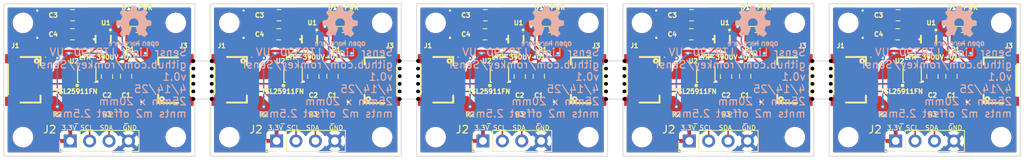
<source format=kicad_pcb>
(kicad_pcb (version 20241229) (generator "pcbnew") (generator_version "9.0")
  (layers (0 "F.Cu" signal) (2 "B.Cu" signal) (13 "F.Paste" user) (15 "B.Paste" user) (5 "F.SilkS" user "F.Silkscreen") (7 "B.SilkS" user "B.Silkscreen") (1 "F.Mask" user) (3 "B.Mask" user) (25 "Edge.Cuts" user))
  (net 0 "")
  (net 1 "Board_0-+3V3")
  (net 2 "Board_0-/SCL")
  (net 3 "Board_0-/SDA")
  (net 4 "Board_0-GND")
  (net 5 "Board_0-Net-(D1-A)")
  (net 6 "Board_0-unconnected-(J1-Pad5)")
  (net 7 "Board_0-unconnected-(J1-Pad6)")
  (net 8 "Board_0-unconnected-(J2-Pad5)")
  (net 9 "Board_0-unconnected-(J2-Pad6)")
  (net 10 "Board_0-unconnected-(U1-INT-Pad5)")
  (net 11 "Board_0-unconnected-(U1-NC-Pad2)")
  (net 12 "Board_0-unconnected-(U2-INT-Pad2)")
  (net 13 "Board_0-unconnected-(U2-NC-Pad4)")
  (net 14 "Board_1-+3V3")
  (net 15 "Board_1-/SCL")
  (net 16 "Board_1-/SDA")
  (net 17 "Board_1-GND")
  (net 18 "Board_1-Net-(D1-A)")
  (net 19 "Board_1-unconnected-(J1-Pad5)")
  (net 20 "Board_1-unconnected-(J1-Pad6)")
  (net 21 "Board_1-unconnected-(J2-Pad5)")
  (net 22 "Board_1-unconnected-(J2-Pad6)")
  (net 23 "Board_1-unconnected-(U1-INT-Pad5)")
  (net 24 "Board_1-unconnected-(U1-NC-Pad2)")
  (net 25 "Board_1-unconnected-(U2-INT-Pad2)")
  (net 26 "Board_1-unconnected-(U2-NC-Pad4)")
  (net 27 "Board_2-+3V3")
  (net 28 "Board_2-/SCL")
  (net 29 "Board_2-/SDA")
  (net 30 "Board_2-GND")
  (net 31 "Board_2-Net-(D1-A)")
  (net 32 "Board_2-unconnected-(J1-Pad5)")
  (net 33 "Board_2-unconnected-(J1-Pad6)")
  (net 34 "Board_2-unconnected-(J2-Pad5)")
  (net 35 "Board_2-unconnected-(J2-Pad6)")
  (net 36 "Board_2-unconnected-(U1-INT-Pad5)")
  (net 37 "Board_2-unconnected-(U1-NC-Pad2)")
  (net 38 "Board_2-unconnected-(U2-INT-Pad2)")
  (net 39 "Board_2-unconnected-(U2-NC-Pad4)")
  (net 40 "Board_3-+3V3")
  (net 41 "Board_3-/SCL")
  (net 42 "Board_3-/SDA")
  (net 43 "Board_3-GND")
  (net 44 "Board_3-Net-(D1-A)")
  (net 45 "Board_3-unconnected-(J1-Pad5)")
  (net 46 "Board_3-unconnected-(J1-Pad6)")
  (net 47 "Board_3-unconnected-(J2-Pad5)")
  (net 48 "Board_3-unconnected-(J2-Pad6)")
  (net 49 "Board_3-unconnected-(U1-INT-Pad5)")
  (net 50 "Board_3-unconnected-(U1-NC-Pad2)")
  (net 51 "Board_3-unconnected-(U2-INT-Pad2)")
  (net 52 "Board_3-unconnected-(U2-NC-Pad4)")
  (net 53 "Board_4-+3V3")
  (net 54 "Board_4-/SCL")
  (net 55 "Board_4-/SDA")
  (net 56 "Board_4-GND")
  (net 57 "Board_4-Net-(D1-A)")
  (net 58 "Board_4-unconnected-(J1-Pad5)")
  (net 59 "Board_4-unconnected-(J1-Pad6)")
  (net 60 "Board_4-unconnected-(J2-Pad5)")
  (net 61 "Board_4-unconnected-(J2-Pad6)")
  (net 62 "Board_4-unconnected-(U1-INT-Pad5)")
  (net 63 "Board_4-unconnected-(U1-NC-Pad2)")
  (net 64 "Board_4-unconnected-(U2-INT-Pad2)")
  (net 65 "Board_4-unconnected-(U2-NC-Pad4)")
  (footprint "footprint:CONN-SMD_4P-P1.00_SM04B-SRSS-TB-LF-SN" (layer "F.Cu") (at 139 30 -90)
    (property "Reference" "J1")
    (property "Value" "SM04B-SRSS-TB_(LF)(SN)" (hide yes))
  )
  (footprint "NPTH" (layer "F.Cu") (at 109.2 30.5)
    (property "Reference" "KiKit_MB_2_3" (hide yes))
    (property "Value" "NPTH" (hide yes))
  )
  (footprint "MountingHole:MountingHole_2.2mm_M2" (layer "F.Cu") (at 212.5 22.5)
    (property "Reference" "M4" (hide yes))
    (property "Value" "MountingHole_2.2mm_M2" (hide yes))
  )
  (footprint "MountingHole:MountingHole_2.2mm_M2" (layer "F.Cu") (at 84.5 22.5)
    (property "Reference" "M2" (hide yes))
    (property "Value" "MountingHole_2.2mm_M2" (hide yes))
  )
  (footprint "EasyEDA:DFN-6_L2.4-W2.0-P0.65-BL" (layer "F.Cu") (at 119.85 29.3)
    (property "Reference" "U2")
    (property "Value" "TSL25911FN")
  )
  (footprint "Capacitor_SMD:C_0805_2012Metric_Pad1.18x1.45mm_HandSolder" (layer "F.Cu") (at 144.9625 24 180)
    (property "Reference" "C4")
    (property "Value" "10µF" (hide yes))
  )
  (footprint "NPTH" (layer "F.Cu") (at 160.8 29.5)
    (property "Reference" "KiKit_MB_5_3" (hide yes))
    (property "Value" "NPTH" (hide yes))
  )
  (footprint "NPTH" (layer "F.Cu") (at 133.8 31.5)
    (property "Reference" "KiKit_MB_3_5" (hide yes))
    (property "Value" "NPTH" (hide yes))
  )
  (footprint "LED_SMD:LED_0805_2012Metric" (layer "F.Cu") (at 126.5 22)
    (property "Reference" "D1")
    (property "Value" "PWR")
  )
  (footprint "EasyEDA:SENSOR-SMD_LTR-390UV-01" (layer "F.Cu") (at 95 24.65 180)
    (property "Reference" "U1")
    (property "Value" "LTR-390UV-01")
  )
  (footprint "LED_SMD:LED_0805_2012Metric" (layer "F.Cu") (at 153.5 22)
    (property "Reference" "D1")
    (property "Value" "PWR")
  )
  (footprint "NPTH" (layer "F.Cu") (at 160.8 32.5)
    (property "Reference" "KiKit_MB_5_6" (hide yes))
    (property "Value" "NPTH" (hide yes))
  )
  (footprint "NPTH" (layer "F.Cu") (at 106.8 31.5)
    (property "Reference" "KiKit_MB_1_5" (hide yes))
    (property "Value" "NPTH" (hide yes))
  )
  (footprint "NPTH" (layer "F.Cu") (at 190.2 29.5)
    (property "Reference" "KiKit_MB_8_4" (hide yes))
    (property "Value" "NPTH" (hide yes))
  )
  (footprint "NPTH" (layer "F.Cu") (at 163.2 32.5)
    (property "Reference" "KiKit_MB_6_1" (hide yes))
    (property "Value" "NPTH" (hide yes))
  )
  (footprint "NPTH" (layer "F.Cu") (at 106.8 32.5)
    (property "Reference" "KiKit_MB_1_6" (hide yes))
    (property "Value" "NPTH" (hide yes))
  )
  (footprint "footprint:CONN-SMD_4P-P1.00_SM04B-SRSS-TB-LF-SN" (layer "F.Cu") (at 104 30 90)
    (property "Reference" "J3")
    (property "Value" "SM04B-SRSS-TB_(LF)(SN)" (hide yes))
  )
  (footprint "Resistor_SMD:R_0805_2012Metric_Pad1.20x1.40mm_HandSolder" (layer "F.Cu") (at 145.5 35)
    (property "Reference" "R2")
    (property "Value" "4.7K" (hide yes))
  )
  (footprint "NPTH" (layer "F.Cu") (at 187.8 32.5)
    (property "Reference" "KiKit_MB_7_6" (hide yes))
    (property "Value" "NPTH" (hide yes))
  )
  (footprint "NPTH" (layer "F.Cu") (at 106.8 28.5)
    (property "Reference" "KiKit_MB_1_2" (hide yes))
    (property "Value" "NPTH" (hide yes))
  )
  (footprint "NPTH" (layer "F.Cu") (at 133.8 27.5)
    (property "Reference" "KiKit_MB_3_1" (hide yes))
    (property "Value" "NPTH" (hide yes))
  )
  (footprint "footprint:CONN-SMD_4P-P1.00_SM04B-SRSS-TB-LF-SN" (layer "F.Cu") (at 166 30 -90)
    (property "Reference" "J1")
    (property "Value" "SM04B-SRSS-TB_(LF)(SN)" (hide yes))
  )
  (footprint "MountingHole:MountingHole_2.2mm_M2" (layer "F.Cu") (at 165.5 37.5)
    (property "Reference" "M1" (hide yes))
    (property "Value" "MountingHole_2.2mm_M2" (hide yes))
  )
  (footprint "NPTH" (layer "F.Cu") (at 190.2 31.5)
    (property "Reference" "KiKit_MB_8_2" (hide yes))
    (property "Value" "NPTH" (hide yes))
  )
  (footprint "MountingHole:MountingHole_2.2mm_M2" (layer "F.Cu") (at 165.5 22.5)
    (property "Reference" "M2" (hide yes))
    (property "Value" "MountingHole_2.2mm_M2" (hide yes))
  )
  (footprint "footprint:CONN-SMD_4P-P1.00_SM04B-SRSS-TB-LF-SN" (layer "F.Cu") (at 185 30 90)
    (property "Reference" "J3")
    (property "Value" "SM04B-SRSS-TB_(LF)(SN)" (hide yes))
  )
  (footprint "EasyEDA:DFN-6_L2.4-W2.0-P0.65-BL" (layer "F.Cu") (at 200.85 29.3)
    (property "Reference" "U2")
    (property "Value" "TSL25911FN")
  )
  (footprint "Capacitor_SMD:C_0805_2012Metric_Pad1.18x1.45mm_HandSolder" (layer "F.Cu") (at 171.9625 24 180)
    (property "Reference" "C4")
    (property "Value" "10µF" (hide yes))
  )
  (footprint "EasyEDA:SENSOR-SMD_LTR-390UV-01" (layer "F.Cu") (at 176 24.65 180)
    (property "Reference" "U1")
    (property "Value" "LTR-390UV-01")
  )
  (footprint "Capacitor_SMD:C_0805_2012Metric_Pad1.18x1.45mm_HandSolder" (layer "F.Cu") (at 176.5 29.5375 -90)
    (property "Reference" "C2")
    (property "Value" "10µF" (hide yes))
  )
  (footprint "MountingHole:MountingHole_2.2mm_M2" (layer "F.Cu") (at 84.5 37.5)
    (property "Reference" "M1" (hide yes))
    (property "Value" "MountingHole_2.2mm_M2" (hide yes))
  )
  (footprint "Resistor_SMD:R_0805_2012Metric_Pad1.20x1.40mm_HandSolder" (layer "F.Cu") (at 118.5 35)
    (property "Reference" "R2")
    (property "Value" "4.7K" (hide yes))
  )
  (footprint "Capacitor_SMD:C_0805_2012Metric_Pad1.18x1.45mm_HandSolder" (layer "F.Cu") (at 118 21.5 180)
    (property "Reference" "C3")
    (property "Value" "100nF" (hide yes))
  )
  (footprint "MountingHole:MountingHole_2.2mm_M2" (layer "F.Cu") (at 192.5 37.5)
    (property "Reference" "M1" (hide yes))
    (property "Value" "MountingHole_2.2mm_M2" (hide yes))
  )
  (footprint "NPTH" (layer "F.Cu") (at 109.2 32.5)
    (property "Reference" "KiKit_MB_2_1" (hide yes))
    (property "Value" "NPTH" (hide yes))
  )
  (footprint "NPTH" (layer "F.Cu") (at 187.8 27.5)
    (property "Reference" "KiKit_MB_7_1" (hide yes))
    (property "Value" "NPTH" (hide yes))
  )
  (footprint "LED_SMD:LED_0805_2012Metric" (layer "F.Cu") (at 180.5 22)
    (property "Reference" "D1")
    (property "Value" "PWR")
  )
  (footprint "Capacitor_SMD:C_0805_2012Metric_Pad1.18x1.45mm_HandSolder" (layer "F.Cu") (at 198.9625 24 180)
    (property "Reference" "C4")
    (property "Value" "10µF" (hide yes))
  )
  (footprint "NPTH" (layer "F.Cu") (at 187.8 28.5)
    (property "Reference" "KiKit_MB_7_2" (hide yes))
    (property "Value" "NPTH" (hide yes))
  )
  (footprint "Resistor_SMD:R_0805_2012Metric_Pad1.20x1.40mm_HandSolder" (layer "F.Cu") (at 99.5 24.5)
    (property "Reference" "R1")
    (property "Value" "10K" (hide yes))
  )
  (footprint "Resistor_SMD:R_0805_2012Metric_Pad1.20x1.40mm_HandSolder" (layer "F.Cu") (at 153.5 24.5)
    (property "Reference" "R1")
    (property "Value" "10K" (hide yes))
  )
  (footprint "Capacitor_SMD:C_0805_2012Metric_Pad1.18x1.45mm_HandSolder" (layer "F.Cu") (at 98 29.5 -90)
    (property "Reference" "C1")
    (property "Value" "100nF" (hide yes))
  )
  (footprint "Resistor_SMD:R_0805_2012Metric_Pad1.20x1.40mm_HandSolder" (layer "F.Cu") (at 91.5 35)
    (property "Reference" "R2")
    (property "Value" "4.7K" (hide yes))
  )
  (footprint "Resistor_SMD:R_0805_2012Metric_Pad1.20x1.40mm_HandSolder" (layer "F.Cu") (at 125 35 180)
    (property "Reference" "R3")
    (property "Value" "4.7K" (hide yes))
  )
  (footprint "NPTH" (layer "F.Cu") (at 160.8 30.5)
    (property "Reference" "KiKit_MB_5_4" (hide yes))
    (property "Value" "NPTH" (hide yes))
  )
  (footprint "Resistor_SMD:R_0805_2012Metric_Pad1.20x1.40mm_HandSolder" (layer "F.Cu") (at 199.5 35)
    (property "Reference" "R2")
    (property "Value" "4.7K" (hide yes))
  )
  (footprint "Resistor_SMD:R_0805_2012Metric_Pad1.20x1.40mm_HandSolder" (layer "F.Cu") (at 98 35 180)
    (property "Reference" "R3")
    (property "Value" "4.7K" (hide yes))
  )
  (footprint "Resistor_SMD:R_0805_2012Metric_Pad1.20x1.40mm_HandSolder" (layer "F.Cu") (at 172.5 35)
    (property "Reference" "R2")
    (property "Value" "4.7K" (hide yes))
  )
  (footprint "NPTH" (layer "F.Cu") (at 136.2 28.5)
    (property "Reference" "KiKit_MB_4_5" (hide yes))
    (property "Value" "NPTH" (hide yes))
  )
  (footprint "NPTH" (layer "F.Cu") (at 163.2 29.5)
    (property "Reference" "KiKit_MB_6_4" (hide yes))
    (property "Value" "NPTH" (hide yes))
  )
  (footprint "NPTH" (layer "F.Cu") (at 187.8 31.5)
    (property "Reference" "KiKit_MB_7_5" (hide yes))
    (property "Value" "NPTH" (hide yes))
  )
  (footprint "MountingHole:MountingHole_2.2mm_M2" (layer "F.Cu") (at 185.5 37.5)
    (property "Reference" "M3" (hide yes))
    (property "Value" "MountingHole_2.2mm_M2" (hide yes))
  )
  (footprint "MountingHole:MountingHole_2.2mm_M2" (layer "F.Cu") (at 158.5 37.5)
    (property "Reference" "M3" (hide yes))
    (property "Value" "MountingHole_2.2mm_M2" (hide yes))
  )
  (footprint "EasyEDA:DFN-6_L2.4-W2.0-P0.65-BL" (layer "F.Cu") (at 146.85 29.3)
    (property "Reference" "U2")
    (property "Value" "TSL25911FN")
  )
  (footprint "NPTH" (layer "F.Cu") (at 160.8 28.5)
    (property "Reference" "KiKit_MB_5_2" (hide yes))
    (property "Value" "NPTH" (hide yes))
  )
  (footprint "NPTH" (layer "F.Cu") (at 163.2 28.5)
    (property "Reference" "KiKit_MB_6_5" (hide yes))
    (property "Value" "NPTH" (hide yes))
  )
  (footprint "NPTH" (layer "F.Cu") (at 106.8 29.5)
    (property "Reference" "KiKit_MB_1_3" (hide yes))
    (property "Value" "NPTH" (hide yes))
  )
  (footprint "Resistor_SMD:R_0805_2012Metric_Pad1.20x1.40mm_HandSolder" (layer "F.Cu") (at 206 35 180)
    (property "Reference" "R3")
    (property "Value" "4.7K" (hide yes))
  )
  (footprint "footprint:CONN-SMD_4P-P1.00_SM04B-SRSS-TB-LF-SN" (layer "F.Cu") (at 158 30 90)
    (property "Reference" "J3")
    (property "Value" "SM04B-SRSS-TB_(LF)(SN)" (hide yes))
  )
  (footprint "EasyEDA:DFN-6_L2.4-W2.0-P0.65-BL" (layer "F.Cu") (at 173.85 29.3)
    (property "Reference" "U2")
    (property "Value" "TSL25911FN")
  )
  (footprint "MountingHole:MountingHole_2.2mm_M2" (layer "F.Cu") (at 104.5 22.5)
    (property "Reference" "M4" (hide yes))
    (property "Value" "MountingHole_2.2mm_M2" (hide yes))
  )
  (footprint "Connector_PinHeader_2.54mm:PinHeader_1x04_P2.54mm_Vertical" (layer "F.Cu") (at 117.69 38 90)
    (property "Reference" "J2")
    (property "Value" "Conn_01x04_Pin" (hide yes))
  )
  (footprint "NPTH" (layer "F.Cu") (at 187.8 30.5)
    (property "Reference" "KiKit_MB_7_4" (hide yes))
    (property "Value" "NPTH" (hide yes))
  )
  (footprint "NPTH" (layer "F.Cu") (at 187.8 29.5)
    (property "Reference" "KiKit_MB_7_3" (hide yes))
    (property "Value" "NPTH" (hide yes))
  )
  (footprint "NPTH" (layer "F.Cu") (at 109.2 27.5)
    (property "Reference" "KiKit_MB_2_6" (hide yes))
    (property "Value" "NPTH" (hide yes))
  )
  (footprint "NPTH" (layer "F.Cu") (at 160.8 27.5)
    (property "Reference" "KiKit_MB_5_1" (hide yes))
    (property "Value" "NPTH" (hide yes))
  )
  (footprint "NPTH" (layer "F.Cu") (at 136.2 27.5)
    (property "Reference" "KiKit_MB_4_6" (hide yes))
    (property "Value" "NPTH" (hide yes))
  )
  (footprint "NPTH" (layer "F.Cu") (at 163.2 30.5)
    (property "Reference" "KiKit_MB_6_3" (hide yes))
    (property "Value" "NPTH" (hide yes))
  )
  (footprint "NPTH" (layer "F.Cu") (at 109.2 29.5)
    (property "Reference" "KiKit_MB_2_4" (hide yes))
    (property "Value" "NPTH" (hide yes))
  )
  (footprint "Connector_PinHeader_2.54mm:PinHeader_1x04_P2.54mm_Vertical" (layer "F.Cu") (at 90.69 38 90)
    (property "Reference" "J2")
    (property "Value" "Conn_01x04_Pin" (hide yes))
  )
  (footprint "NPTH" (layer "F.Cu") (at 136.2 31.5)
    (property "Reference" "KiKit_MB_4_2" (hide yes))
    (property "Value" "NPTH" (hide yes))
  )
  (footprint "footprint:CONN-SMD_4P-P1.00_SM04B-SRSS-TB-LF-SN" (layer "F.Cu") (at 112 30 -90)
    (property "Reference" "J1")
    (property "Value" "SM04B-SRSS-TB_(LF)(SN)" (hide yes))
  )
  (footprint "EasyEDA:SENSOR-SMD_LTR-390UV-01" (layer "F.Cu") (at 203 24.65 180)
    (property "Reference" "U1")
    (property "Value" "LTR-390UV-01")
  )
  (footprint "NPTH" (layer "F.Cu") (at 163.2 31.5)
    (property "Reference" "KiKit_MB_6_2" (hide yes))
    (property "Value" "NPTH" (hide yes))
  )
  (footprint "NPTH" (layer "F.Cu") (at 106.8 30.5)
    (property "Reference" "KiKit_MB_1_4" (hide yes))
    (property "Value" "NPTH" (hide yes))
  )
  (footprint "MountingHole:MountingHole_2.2mm_M2" (layer "F.Cu") (at 158.5 22.5)
    (property "Reference" "M4" (hide yes))
    (property "Value" "MountingHole_2.2mm_M2" (hide yes))
  )
  (footprint "Capacitor_SMD:C_0805_2012Metric_Pad1.18x1.45mm_HandSolder" (layer "F.Cu") (at 95.5 29.5375 -90)
    (property "Reference" "C2")
    (property "Value" "10µF" (hide yes))
  )
  (footprint "EasyEDA:SENSOR-SMD_LTR-390UV-01" (layer "F.Cu") (at 149 24.65 180)
    (property "Reference" "U1")
    (property "Value" "LTR-390UV-01")
  )
  (footprint "NPTH" (layer "F.Cu") (at 133.8 30.5)
    (property "Reference" "KiKit_MB_3_4" (hide yes))
    (property "Value" "NPTH" (hide yes))
  )
  (footprint "MountingHole:MountingHole_2.2mm_M2" (layer "F.Cu") (at 192.5 22.5)
    (property "Reference" "M2" (hide yes))
    (property "Value" "MountingHole_2.2mm_M2" (hide yes))
  )
  (footprint "LED_SMD:LED_0805_2012Metric" (layer "F.Cu") (at 99.5 22)
    (property "Reference" "D1")
    (property "Value" "PWR")
  )
  (footprint "NPTH" (layer "F.Cu") (at 133.8 29.5)
    (property "Reference" "KiKit_MB_3_3" (hide yes))
    (property "Value" "NPTH" (hide yes))
  )
  (footprint "Capacitor_SMD:C_0805_2012Metric_Pad1.18x1.45mm_HandSolder" (layer "F.Cu") (at 179 29.5 -90)
    (property "Reference" "C1")
    (property "Value" "100nF" (hide yes))
  )
  (footprint "Resistor_SMD:R_0805_2012Metric_Pad1.20x1.40mm_HandSolder" (layer "F.Cu") (at 126.5 24.5)
    (property "Reference" "R1")
    (property "Value" "10K" (hide yes))
  )
  (footprint "MountingHole:MountingHole_2.2mm_M2" (layer "F.Cu") (at 138.5 22.5)
    (property "Reference" "M2" (hide yes))
    (property "Value" "MountingHole_2.2mm_M2" (hide yes))
  )
  (footprint "MountingHole:MountingHole_2.2mm_M2" (layer "F.Cu") (at 131.5 37.5)
    (property "Reference" "M3" (hide yes))
    (property "Value" "MountingHole_2.2mm_M2" (hide yes))
  )
  (footprint "EasyEDA:SENSOR-SMD_LTR-390UV-01" (layer "F.Cu") (at 122 24.65 180)
    (property "Reference" "U1")
    (property "Value" "LTR-390UV-01")
  )
  (footprint "Capacitor_SMD:C_0805_2012Metric_Pad1.18x1.45mm_HandSolder" (layer "F.Cu") (at 203.5 29.5375 -90)
    (property "Reference" "C2")
    (property "Value" "10µF" (hide yes))
  )
  (footprint "NPTH" (layer "F.Cu") (at 190.2 30.5)
    (property "Reference" "KiKit_MB_8_3" (hide yes))
    (property "Value" "NPTH" (hide yes))
  )
  (footprint "MountingHole:MountingHole_2.2mm_M2" (layer "F.Cu") (at 131.5 22.5)
    (property "Reference" "M4" (hide yes))
    (property "Value" "MountingHole_2.2mm_M2" (hide yes))
  )
  (footprint "Resistor_SMD:R_0805_2012Metric_Pad1.20x1.40mm_HandSolder" (layer "F.Cu") (at 152 35 180)
    (property "Reference" "R3")
    (property "Value" "4.7K" (hide yes))
  )
  (footprint "NPTH" (layer "F.Cu") (at 190.2 32.5)
    (property "Reference" "KiKit_MB_8_1" (hide yes))
    (property "Value" "NPTH" (hide yes))
  )
  (footprint "MountingHole:MountingHole_2.2mm_M2" (layer "F.Cu") (at 111.5 22.5)
    (property "Reference" "M2" (hide yes))
    (property "Value" "MountingHole_2.2mm_M2" (hide yes))
  )
  (footprint "Capacitor_SMD:C_0805_2012Metric_Pad1.18x1.45mm_HandSolder" (layer "F.Cu") (at 172 21.5 180)
    (property "Reference" "C3")
    (property "Value" "100nF" (hide yes))
  )
  (footprint "Capacitor_SMD:C_0805_2012Metric_Pad1.18x1.45mm_HandSolder" (layer "F.Cu") (at 145 21.5 180)
    (property "Reference" "C3")
    (property "Value" "100nF" (hide yes))
  )
  (footprint "Resistor_SMD:R_0805_2012Metric_Pad1.20x1.40mm_HandSolder" (layer "F.Cu") (at 179 35 180)
    (property "Reference" "R3")
    (property "Value" "4.7K" (hide yes))
  )
  (footprint "Connector_PinHeader_2.54mm:PinHeader_1x04_P2.54mm_Vertical" (layer "F.Cu") (at 171.69 38 90)
    (property "Reference" "J2")
    (property "Value" "Conn_01x04_Pin" (hide yes))
  )
  (footprint "NPTH" (layer "F.Cu") (at 136.2 30.5)
    (property "Reference" "KiKit_MB_4_3" (hide yes))
    (property "Value" "NPTH" (hide yes))
  )
  (footprint "Capacitor_SMD:C_0805_2012Metric_Pad1.18x1.45mm_HandSolder" (layer "F.Cu") (at 152 29.5 -90)
    (property "Reference" "C1")
    (property "Value" "100nF" (hide yes))
  )
  (footprint "NPTH" (layer "F.Cu") (at 163.2 27.5)
    (property "Reference" "KiKit_MB_6_6" (hide yes))
    (property "Value" "NPTH" (hide yes))
  )
  (footprint "LED_SMD:LED_0805_2012Metric" (layer "F.Cu") (at 207.5 22)
    (property "Reference" "D1")
    (property "Value" "PWR")
  )
  (footprint "NPTH" (layer "F.Cu") (at 109.2 28.5)
    (property "Reference" "KiKit_MB_2_5" (hide yes))
    (property "Value" "NPTH" (hide yes))
  )
  (footprint "Capacitor_SMD:C_0805_2012Metric_Pad1.18x1.45mm_HandSolder" (layer "F.Cu") (at 149.5 29.5375 -90)
    (property "Reference" "C2")
    (property "Value" "10µF" (hide yes))
  )
  (footprint "Capacitor_SMD:C_0805_2012Metric_Pad1.18x1.45mm_HandSolder" (layer "F.Cu") (at 91 21.5 180)
    (property "Reference" "C3")
    (property "Value" "100nF" (hide yes))
  )
  (footprint "NPTH" (layer "F.Cu") (at 133.8 32.5)
    (property "Reference" "KiKit_MB_3_6" (hide yes))
    (property "Value" "NPTH" (hide yes))
  )
  (footprint "NPTH" (layer "F.Cu") (at 136.2 29.5)
    (property "Reference" "KiKit_MB_4_4" (hide yes))
    (property "Value" "NPTH" (hide yes))
  )
  (footprint "Capacitor_SMD:C_0805_2012Metric_Pad1.18x1.45mm_HandSolder" (layer "F.Cu") (at 122.5 29.5375 -90)
    (property "Reference" "C2")
    (property "Value" "10µF" (hide yes))
  )
  (footprint "NPTH" (layer "F.Cu") (at 109.2 31.5)
    (property "Reference" "KiKit_MB_2_2" (hide yes))
    (property "Value" "NPTH" (hide yes))
  )
  (footprint "NPTH" (layer "F.Cu") (at 190.2 28.5)
    (property "Reference" "KiKit_MB_8_5" (hide yes))
    (property "Value" "NPTH" (hide yes))
  )
  (footprint "MountingHole:MountingHole_2.2mm_M2" (layer "F.Cu") (at 111.5 37.5)
    (property "Reference" "M1" (hide yes))
    (property "Value" "MountingHole_2.2mm_M2" (hide yes))
  )
  (footprint "Capacitor_SMD:C_0805_2012Metric_Pad1.18x1.45mm_HandSolder" (layer "F.Cu") (at 90.9625 24 180)
    (property "Reference" "C4")
    (property "Value" "10µF" (hide yes))
  )
  (footprint "Connector_PinHeader_2.54mm:PinHeader_1x04_P2.54mm_Vertical" (layer "F.Cu") (at 144.69 38 90)
    (property "Reference" "J2")
    (property "Value" "Conn_01x04_Pin" (hide yes))
  )
  (footprint "NPTH" (layer "F.Cu") (at 106.8 27.5)
    (property "Reference" "KiKit_MB_1_1" (hide yes))
    (property "Value" "NPTH" (hide yes))
  )
  (footprint "footprint:CONN-SMD_4P-P1.00_SM04B-SRSS-TB-LF-SN" (layer "F.Cu") (at 85 30 -90)
    (property "Reference" "J1")
    (property "Value" "SM04B-SRSS-TB_(LF)(SN)" (hide yes))
  )
  (footprint "Capacitor_SMD:C_0805_2012Metric_Pad1.18x1.45mm_HandSolder" (layer "F.Cu") (at 117.9625 24 180)
    (property "Reference" "C4")
    (property "Value" "10µF" (hide yes))
  )
  (footprint "NPTH" (layer "F.Cu") (at 136.2 32.5)
    (property "Reference" "KiKit_MB_4_1" (hide yes))
    (property "Value" "NPTH" (hide yes))
  )
  (footprint "NPTH" (layer "F.Cu") (at 133.8 28.5)
    (property "Reference" "KiKit_MB_3_2" (hide yes))
    (property "Value" "NPTH" (hide yes))
  )
  (footprint "Capacitor_SMD:C_0805_2012Metric_Pad1.18x1.45mm_HandSolder" (layer "F.Cu") (at 125 29.5 -90)
    (property "Reference" "C1")
    (property "Value" "100nF" (hide yes))
  )
  (footprint "MountingHole:MountingHole_2.2mm_M2" (layer "F.Cu") (at 185.5 22.5)
    (property "Reference" "M4" (hide yes))
    (property "Value" "MountingHole_2.2mm_M2" (hide yes))
  )
  (footprint "MountingHole:MountingHole_2.2mm_M2" (layer "F.Cu") (at 104.5 37.5)
    (property "Reference" "M3" (hide yes))
    (property "Value" "MountingHole_2.2mm_M2" (hide yes))
  )
  (footprint "NPTH" (layer "F.Cu") (at 160.8 31.5)
    (property "Reference" "KiKit_MB_5_5" (hide yes))
    (property "Value" "NPTH" (hide yes))
  )
  (footprint "Resistor_SMD:R_0805_2012Metric_Pad1.20x1.40mm_HandSolder" (layer "F.Cu") (at 207.5 24.5)
    (property "Reference" "R1")
    (property "Value" "10K" (hide yes))
  )
  (footprint "footprint:CONN-SMD_4P-P1.00_SM04B-SRSS-TB-LF-SN" (layer "F.Cu") (at 212 30 90)
    (property "Reference" "J3")
    (property "Value" "SM04B-SRSS-TB_(LF)(SN)" (hide yes))
  )
  (footprint "Capacitor_SMD:C_0805_2012Metric_Pad1.18x1.45mm_HandSolder" (layer "F.Cu") (at 206 29.5 -90)
    (property "Reference" "C1")
    (property "Value" "100nF" (hide yes))
  )
  (footprint "Connector_PinHeader_2.54mm:PinHeader_1x04_P2.54mm_Vertical" (layer "F.Cu") (at 198.69 38 90)
    (property "Reference" "J2")
    (property "Value" "Conn_01x04_Pin" (hide yes))
  )
  (footprint "footprint:CONN-SMD_4P-P1.00_SM04B-SRSS-TB-LF-SN" (layer "F.Cu") (at 131 30 90)
    (property "Reference" "J3")
    (property "Value" "SM04B-SRSS-TB_(LF)(SN)" (hide yes))
  )
  (footprint "MountingHole:MountingHole_2.2mm_M2" (layer "F.Cu") (at 138.5 37.5)
    (property "Reference" "M1" (hide yes))
    (property "Value" "MountingHole_2.2mm_M2" (hide yes))
  )
  (footprint "Capacitor_SMD:C_0805_2012Metric_Pad1.18x1.45mm_HandSolder" (layer "F.Cu") (at 199 21.5 180)
    (property "Reference" "C3")
    (property "Value" "100nF" (hide yes))
  )
  (footprint "EasyEDA:DFN-6_L2.4-W2.0-P0.65-BL" (layer "F.Cu") (at 92.85 29.3)
    (property "Reference" "U2")
    (property "Value" "TSL25911FN")
  )
  (footprint "footprint:CONN-SMD_4P-P1.00_SM04B-SRSS-TB-LF-SN" (layer "F.Cu") (at 193 30 -90)
    (property "Reference" "J1")
    (property "Value" "SM04B-SRSS-TB_(LF)(SN)" (hide yes))
  )
  (footprint "Resistor_SMD:R_0805_2012Metric_Pad1.20x1.40mm_HandSolder" (layer "F.Cu") (at 180.5 24.5)
    (property "Reference" "R1")
    (property "Value" "10K" (hide yes))
  )
  (footprint "MountingHole:MountingHole_2.2mm_M2" (layer "F.Cu") (at 212.5 37.5)
    (property "Reference" "M3" (hide yes))
    (property "Value" "MountingHole_2.2mm_M2" (hide yes))
  )
  (footprint "NPTH" (layer "F.Cu") (at 190.2 27.5)
    (property "Reference" "KiKit_MB_8_6" (hide yes))
    (property "Value" "NPTH" (hide yes))
  )
  (footprint "1myFootprints:OSHW-Logo2_7.3x6mm_SilkScreen" (layer "B.Cu") (at 180 23 180)
    (property "Reference" "REF**" (hide yes))
    (property "Value" "OSHW-Logo2_7.3x6mm_SilkScreen" (hide yes))
  )
  (footprint "1myFootprints:OSHW-Logo2_7.3x6mm_SilkScreen" (layer "B.Cu") (at 99 23 180)
    (property "Reference" "REF**" (hide yes))
    (property "Value" "OSHW-Logo2_7.3x6mm_SilkScreen" (hide yes))
  )
  (footprint "1myFootprints:OSHW-Logo2_7.3x6mm_SilkScreen" (layer "B.Cu") (at 126 23 180)
    (property "Reference" "REF**" (hide yes))
    (property "Value" "OSHW-Logo2_7.3x6mm_SilkScreen" (hide yes))
  )
  (footprint "1myFootprints:OSHW-Logo2_7.3x6mm_SilkScreen" (layer "B.Cu") (at 207 23 180)
    (property "Reference" "REF**" (hide yes))
    (property "Value" "OSHW-Logo2_7.3x6mm_SilkScreen" (hide yes))
  )
  (footprint "1myFootprints:OSHW-Logo2_7.3x6mm_SilkScreen" (layer "B.Cu") (at 153 23 180)
    (property "Reference" "REF**" (hide yes))
    (property "Value" "OSHW-Logo2_7.3x6mm_SilkScreen" (hide yes))
  )
  (gr_line (start 109 27.5) (end 108.001 27.5) (stroke (width 0.1)) (layer "Edge.Cuts"))
  (gr_line (start 188 32.5) (end 188.999 32.5) (stroke (width 0.1)) (layer "Edge.Cuts"))
  (gr_line (start 109 40) (end 134 40) (stroke (width 0.1)) (layer "Edge.Cuts"))
  (gr_line (start 136 32.5) (end 136 40) (stroke (width 0.1)) (layer "Edge.Cuts"))
  (gr_line (start 108.001 27.5) (end 107.999 27.5) (stroke (width 0.1)) (layer "Edge.Cuts"))
  (gr_line (start 107.999 27.5) (end 107 27.5) (stroke (width 0.1)) (layer "Edge.Cuts"))
  (gr_line (start 134 32.5) (end 134.999 32.5) (stroke (width 0.1)) (layer "Edge.Cuts"))
  (gr_line (start 109 20) (end 109 27.5) (stroke (width 0.1)) (layer "Edge.Cuts"))
  (gr_line (start 136 20) (end 136 27.5) (stroke (width 0.1)) (layer "Edge.Cuts"))
  (gr_line (start 82 20) (end 82 40) (stroke (width 0.1)) (layer "Edge.Cuts"))
  (gr_line (start 161 32.5) (end 161.999 32.5) (stroke (width 0.1)) (layer "Edge.Cuts"))
  (gr_line (start 107 32.5) (end 107.999 32.5) (stroke (width 0.1)) (layer "Edge.Cuts"))
  (gr_line (start 134 27.5) (end 134 20) (stroke (width 0.1)) (layer "Edge.Cuts"))
  (gr_line (start 215 40) (end 215 20) (stroke (width 0.1)) (layer "Edge.Cuts"))
  (gr_line (start 161.999 32.5) (end 162.001 32.5) (stroke (width 0.1)) (layer "Edge.Cuts"))
  (gr_line (start 134 20) (end 109 20) (stroke (width 0.1)) (layer "Edge.Cuts"))
  (gr_line (start 163 20) (end 163 27.5) (stroke (width 0.1)) (layer "Edge.Cuts"))
  (gr_line (start 190 40) (end 215 40) (stroke (width 0.1)) (layer "Edge.Cuts"))
  (gr_line (start 134 40) (end 134 32.5) (stroke (width 0.1)) (layer "Edge.Cuts"))
  (gr_line (start 188 27.5) (end 188 20) (stroke (width 0.1)) (layer "Edge.Cuts"))
  (gr_line (start 163 32.5) (end 163 40) (stroke (width 0.1)) (layer "Edge.Cuts"))
  (gr_line (start 134.999 27.5) (end 134 27.5) (stroke (width 0.1)) (layer "Edge.Cuts"))
  (gr_line (start 82 40) (end 107 40) (stroke (width 0.1)) (layer "Edge.Cuts"))
  (gr_line (start 161.999 27.5) (end 161 27.5) (stroke (width 0.1)) (layer "Edge.Cuts"))
  (gr_line (start 163 40) (end 188 40) (stroke (width 0.1)) (layer "Edge.Cuts"))
  (gr_line (start 135.001 32.5) (end 136 32.5) (stroke (width 0.1)) (layer "Edge.Cuts"))
  (gr_line (start 108.001 32.5) (end 109 32.5) (stroke (width 0.1)) (layer "Edge.Cuts"))
  (gr_line (start 162.001 32.5) (end 163 32.5) (stroke (width 0.1)) (layer "Edge.Cuts"))
  (gr_line (start 107 20) (end 82 20) (stroke (width 0.1)) (layer "Edge.Cuts"))
  (gr_line (start 215 20) (end 190 20) (stroke (width 0.1)) (layer "Edge.Cuts"))
  (gr_line (start 190 27.5) (end 189.001 27.5) (stroke (width 0.1)) (layer "Edge.Cuts"))
  (gr_line (start 107.999 32.5) (end 108.001 32.5) (stroke (width 0.1)) (layer "Edge.Cuts"))
  (gr_line (start 136 40) (end 161 40) (stroke (width 0.1)) (layer "Edge.Cuts"))
  (gr_line (start 134.999 32.5) (end 135.001 32.5) (stroke (width 0.1)) (layer "Edge.Cuts"))
  (gr_line (start 162.001 27.5) (end 161.999 27.5) (stroke (width 0.1)) (layer "Edge.Cuts"))
  (gr_line (start 161 20) (end 136 20) (stroke (width 0.1)) (layer "Edge.Cuts"))
  (gr_line (start 135.001 27.5) (end 134.999 27.5) (stroke (width 0.1)) (layer "Edge.Cuts"))
  (gr_line (start 188 40) (end 188 32.5) (stroke (width 0.1)) (layer "Edge.Cuts"))
  (gr_line (start 107 27.5) (end 107 20) (stroke (width 0.1)) (layer "Edge.Cuts"))
  (gr_line (start 189.001 27.5) (end 188.999 27.5) (stroke (width 0.1)) (layer "Edge.Cuts"))
  (gr_line (start 189.001 32.5) (end 190 32.5) (stroke (width 0.1)) (layer "Edge.Cuts"))
  (gr_line (start 163 27.5) (end 162.001 27.5) (stroke (width 0.1)) (layer "Edge.Cuts"))
  (gr_line (start 109 32.5) (end 109 40) (stroke (width 0.1)) (layer "Edge.Cuts"))
  (gr_line (start 136 27.5) (end 135.001 27.5) (stroke (width 0.1)) (layer "Edge.Cuts"))
  (gr_line (start 161 40) (end 161 32.5) (stroke (width 0.1)) (layer "Edge.Cuts"))
  (gr_line (start 188.999 27.5) (end 188 27.5) (stroke (width 0.1)) (layer "Edge.Cuts"))
  (gr_line (start 161 27.5) (end 161 20) (stroke (width 0.1)) (layer "Edge.Cuts"))
  (gr_line (start 107 40) (end 107 32.5) (stroke (width 0.1)) (layer "Edge.Cuts"))
  (gr_line (start 188.999 32.5) (end 189.001 32.5) (stroke (width 0.1)) (layer "Edge.Cuts"))
  (gr_line (start 190 32.5) (end 190 40) (stroke (width 0.1)) (layer "Edge.Cuts"))
  (gr_line (start 188 20) (end 163 20) (stroke (width 0.1)) (layer "Edge.Cuts"))
  (gr_line (start 190 20) (end 190 27.5) (stroke (width 0.1)) (layer "Edge.Cuts"))
  (gr_text "GND" (at 178.5 36.62 0) (layer "F.SilkS") (effects (font (size 0.6 0.6) (thickness 0.1)) (justify left bottom)))
  (gr_text "SCL" (at 199.96 36.62 0) (layer "F.SilkS") (effects (font (size 0.6 0.6) (thickness 0.1)) (justify left bottom)))
  (gr_text "3.3V" (at 170.5 36.62 0) (layer "F.SilkS") (effects (font (size 0.6 0.6) (thickness 0.1)) (justify left bottom)))
  (gr_text "SCL" (at 118.96 36.62 0) (layer "F.SilkS") (effects (font (size 0.6 0.6) (thickness 0.1)) (justify left bottom)))
  (gr_text "GND" (at 205.5 36.62 0) (layer "F.SilkS") (effects (font (size 0.6 0.6) (thickness 0.1)) (justify left bottom)))
  (gr_text "3.3V" (at 143.5 36.62 0) (layer "F.SilkS") (effects (font (size 0.6 0.6) (thickness 0.1)) (justify left bottom)))
  (gr_text "SCL" (at 172.96 36.62 0) (layer "F.SilkS") (effects (font (size 0.6 0.6) (thickness 0.1)) (justify left bottom)))
  (gr_text "SDA" (at 148.5 36.62 0) (layer "F.SilkS") (effects (font (size 0.6 0.6) (thickness 0.1)) (justify left bottom)))
  (gr_text "GND" (at 124.5 36.62 0) (layer "F.SilkS") (effects (font (size 0.6 0.6) (thickness 0.1)) (justify left bottom)))
  (gr_text "SCL" (at 145.96 36.62 0) (layer "F.SilkS") (effects (font (size 0.6 0.6) (thickness 0.1)) (justify left bottom)))
  (gr_text "SDA" (at 94.5 36.62 0) (layer "F.SilkS") (effects (font (size 0.6 0.6) (thickness 0.1)) (justify left bottom)))
  (gr_text "SCL" (at 91.96 36.62 0) (layer "F.SilkS") (effects (font (size 0.6 0.6) (thickness 0.1)) (justify left bottom)))
  (gr_text "SDA" (at 175.5 36.62 0) (layer "F.SilkS") (effects (font (size 0.6 0.6) (thickness 0.1)) (justify left bottom)))
  (gr_text "3.3V" (at 116.5 36.62 0) (layer "F.SilkS") (effects (font (size 0.6 0.6) (thickness 0.1)) (justify left bottom)))
  (gr_text "3.3V" (at 89.5 36.62 0) (layer "F.SilkS") (effects (font (size 0.6 0.6) (thickness 0.1)) (justify left bottom)))
  (gr_text "SDA" (at 202.5 36.62 0) (layer "F.SilkS") (effects (font (size 0.6 0.6) (thickness 0.1)) (justify left bottom)))
  (gr_text "3.3V" (at 197.5 36.62 0) (layer "F.SilkS") (effects (font (size 0.6 0.6) (thickness 0.1)) (justify left bottom)))
  (gr_text "GND" (at 97.5 36.62 0) (layer "F.SilkS") (effects (font (size 0.6 0.6) (thickness 0.1)) (justify left bottom)))
  (gr_text "GND" (at 151.5 36.62 0) (layer "F.SilkS") (effects (font (size 0.6 0.6) (thickness 0.1)) (justify left bottom)))
  (gr_text "SDA" (at 121.5 36.62 0) (layer "F.SilkS") (effects (font (size 0.6 0.6) (thickness 0.1)) (justify left bottom)))
  (gr_text "Sensr Light LTR390-UV\ngithub.com/romkey/Sensr\nv0.1\n4/14/25\n25mm x 20mm\nmnts m2 offset 2.5mm\n" (at 187 35 0) (layer "B.SilkS") (effects (font (size 1 1)) (justify left bottom mirror)))
  (gr_text "Sensr Light LTR390-UV\ngithub.com/romkey/Sensr\nv0.1\n4/14/25\n25mm x 20mm\nmnts m2 offset 2.5mm\n" (at 133 35 0) (layer "B.SilkS") (effects (font (size 1 1)) (justify left bottom mirror)))
  (gr_text "Sensr Light LTR390-UV\ngithub.com/romkey/Sensr\nv0.1\n4/14/25\n25mm x 20mm\nmnts m2 offset 2.5mm\n" (at 160 35 0) (layer "B.SilkS") (effects (font (size 1 1)) (justify left bottom mirror)))
  (gr_text "Sensr Light LTR390-UV\ngithub.com/romkey/Sensr\nv0.1\n4/14/25\n25mm x 20mm\nmnts m2 offset 2.5mm\n" (at 214 35 0) (layer "B.SilkS") (effects (font (size 1 1)) (justify left bottom mirror)))
  (gr_text "Sensr Light LTR390-UV\ngithub.com/romkey/Sensr\nv0.1\n4/14/25\n25mm x 20mm\nmnts m2 offset 2.5mm\n" (at 106 35 0) (layer "B.SilkS") (effects (font (size 1 1)) (justify left bottom mirror)))
  (segment (start 92.85 27.65) (end 93 27.5) (width 0.2) (layer "F.Cu") (net 1))
  (segment (start 93 27.5) (end 93.5 27.5) (width 0.2) (layer "F.Cu") (net 1))
  (segment (start 98.5 24.5) (end 97 23) (width 0.2) (layer "F.Cu") (net 1))
  (segment (start 93.5 27.5) (end 94 27) (width 0.2) (layer "F.Cu") (net 1))
  (segment (start 92.85 28.5) (end 92.85 27.65) (width 0.2) (layer "F.Cu") (net 1))
  (segment (start 94 27) (end 95 27) (width 0.2) (layer "F.Cu") (net 1))
  (via (at 97 23) (size 0.6) (drill 0.3) (layers "F.Cu" "B.Cu") (net 1))
  (via (at 90.5 26.5) (size 0.6) (drill 0.3) (layers "F.Cu" "B.Cu") (net 1))
  (via (at 89 33.5) (size 0.6) (drill 0.3) (layers "F.Cu" "B.Cu") (net 1))
  (via (at 97.5 27) (size 0.6) (drill 0.3) (layers "F.Cu" "B.Cu") (net 1))
  (via (at 100.5 26.5) (size 0.6) (drill 0.3) (layers "F.Cu" "B.Cu") (net 1))
  (via (at 95 27) (size 0.6) (drill 0.3) (layers "F.Cu" "B.Cu") (net 1))
  (segment (start 97.5 23.5) (end 97 23) (width 0.2) (layer "B.Cu") (net 1))
  (segment (start 100 27) (end 100.5 26.5) (width 0.2) (layer "B.Cu") (net 1))
  (segment (start 97.5 27) (end 100 27) (width 0.2) (layer "B.Cu") (net 1))
  (segment (start 89 33.5) (end 89 28) (width 0.2) (layer "B.Cu") (net 1))
  (segment (start 89 28) (end 90.5 26.5) (width 0.2) (layer "B.Cu") (net 1))
  (segment (start 94.5 26.5) (end 95 27) (width 0.2) (layer "B.Cu") (net 1))
  (segment (start 90.5 26.5) (end 94.5 26.5) (width 0.2) (layer "B.Cu") (net 1))
  (segment (start 97.5 27) (end 97.5 23.5) (width 0.2) (layer "B.Cu") (net 1))
  (segment (start 93.23 35.73) (end 92.5 35) (width 0.2) (layer "F.Cu") (net 2))
  (segment (start 92.2 30.6359) (end 92.2 30.1) (width 0.2) (layer "F.Cu") (net 2))
  (segment (start 100.5303 29.6296) (end 98.6919 31.468) (width 0.2) (layer "F.Cu") (net 2))
  (segment (start 96.9131 24.8824) (end 94.7187 24.8824) (width 0.2) (layer "F.Cu") (net 2))
  (segment (start 92.5 35) (end 89.0004 31.5004) (width 0.2) (layer "F.Cu") (net 2))
  (segment (start 93.23 38) (end 93.23 35.73) (width 0.2) (layer "F.Cu") (net 2))
  (segment (start 94.35 25.2511) (end 94.35 25.42) (width 0.2) (layer "F.Cu") (net 2))
  (segment (start 98.6919 31.468) (end 93.0321 31.468) (width 0.2) (layer "F.Cu") (net 2))
  (segment (start 94.35 25.42) (end 88.5145 25.42) (width 0.2) (layer "F.Cu") (net 2))
  (segment (start 102.0625 28.4996) (end 100.5303 28.4996) (width 0.2) (layer "F.Cu") (net 2))
  (segment (start 93.0321 31.468) (end 92.2 30.6359) (width 0.2) (layer "F.Cu") (net 2))
  (segment (start 100.5303 28.4996) (end 100.5303 29.6296) (width 0.2) (layer "F.Cu") (net 2))
  (segment (start 94.7187 24.8824) (end 94.35 25.2511) (width 0.2) (layer "F.Cu") (net 2))
  (segment (start 86.9375 31.5004) (end 85.8608 31.5004) (width 0.2) (layer "F.Cu") (net 2))
  (segment (start 100.5303 28.4996) (end 96.9131 24.8824) (width 0.2) (layer "F.Cu") (net 2))
  (segment (start 85.8608 28.0737) (end 85.8608 31.5004) (width 0.2) (layer "F.Cu") (net 2))
  (segment (start 89.0004 31.5004) (end 86.9375 31.5004) (width 0.2) (layer "F.Cu") (net 2))
  (segment (start 88.5145 25.42) (end 85.8608 28.0737) (width 0.2) (layer "F.Cu") (net 2))
  (segment (start 90.5832 29.6909) (end 95.8923 35) (width 0.2) (layer "F.Cu") (net 3))
  (segment (start 95.77 36.23) (end 95.77 38) (width 0.2) (layer "F.Cu") (net 3))
  (segment (start 97 34.0113) (end 97 35) (width 0.2) (layer "F.Cu") (net 3))
  (segment (start 102.0625 29.4996) (end 100.9858 29.4996) (width 0.2) (layer "F.Cu") (net 3))
  (segment (start 97 35) (end 95.77 36.23) (width 0.2) (layer "F.Cu") (net 3))
  (segment (start 95.65 25.42) (end 95.65 25.9217) (width 0.2) (layer "F.Cu") (net 3))
  (segment (start 93.9266 25.9217) (end 92.2 27.6483) (width 0.2) (layer "F.Cu") (net 3))
  (segment (start 92.2 28.0741) (end 92.2 27.6483) (width 0.2) (layer "F.Cu") (net 3))
  (segment (start 89.7737 30.5004) (end 86.9375 30.5004) (width 0.2) (layer "F.Cu") (net 3))
  (segment (start 95.65 25.9217) (end 93.9266 25.9217) (width 0.2) (layer "F.Cu") (net 3))
  (segment (start 100.9858 30.0255) (end 97 34.0113) (width 0.2) (layer "F.Cu") (net 3))
  (segment (start 90.5832 29.6909) (end 89.7737 30.5004) (width 0.2) (layer "F.Cu") (net 3))
  (segment (start 92.2 28.0741) (end 90.5832 29.6909) (width 0.2) (layer "F.Cu") (net 3))
  (segment (start 100.9858 29.4996) (end 100.9858 30.0255) (width 0.2) (layer "F.Cu") (net 3))
  (segment (start 95.8923 35) (end 97 35) (width 0.2) (layer "F.Cu") (net 3))
  (segment (start 100.9853 31.879) (end 100.9853 31.4999) (width 0.2) (layer "F.Cu") (net 4))
  (segment (start 89.339 20.8765) (end 89.9625 21.5) (width 0.2) (layer "F.Cu") (net 4))
  (segment (start 86.3785 20.8765) (end 89.339 20.8765) (width 0.2) (layer "F.Cu") (net 4))
  (segment (start 98.3871 20.6545) (end 98.5625 20.8299) (width 0.2) (layer "F.Cu") (net 4))
  (segment (start 94.35 23.88) (end 94.35 24.3817) (width 0.2) (layer "F.Cu") (net 4))
  (segment (start 88.0147 28.1057) (end 88.0147 28.5001) (width 0.2) (layer "F.Cu") (net 4))
  (segment (start 94.237 30.209) (end 94.237 30.575) (width 0.2) (layer "F.Cu") (net 4))
  (segment (start 99.9935 32.8708) (end 100.9853 31.879) (width 0.2) (layer "F.Cu") (net 4))
  (segment (start 94.0683 24.3817) (end 94.35 24.3817) (width 0.2) (layer "F.Cu") (net 4))
  (segment (start 93.8603 30.9517) (end 93.5 30.9517) (width 0.2) (layer "F.Cu") (net 4))
  (segment (start 102.062 31.4999) (end 100.9853 31.4999) (width 0.2) (layer "F.Cu") (net 4))
  (segment (start 86.3785 24.4639) (end 89.4611 24.4639) (width 0.2) (layer "F.Cu") (net 4))
  (segment (start 98.5625 20.8299) (end 98.5625 22) (width 0.2) (layer "F.Cu") (net 4))
  (segment (start 95.5 30.575) (end 97.9625 30.575) (width 0.2) (layer "F.Cu") (net 4))
  (segment (start 93.5 30.1) (end 93.5 30.9517) (width 0.2) (layer "F.Cu") (net 4))
  (segment (start 93.8 24.65) (end 94.0683 24.3817) (width 0.2) (layer "F.Cu") (net 4))
  (segment (start 89.0065 27.1139) (end 88.0147 28.1057) (width 0.2) (layer "F.Cu") (net 4))
  (segment (start 94.237 30.575) (end 93.8603 30.9517) (width 0.2) (layer "F.Cu") (net 4))
  (segment (start 94.237 30.575) (end 95.5 30.575) (width 0.2) (layer "F.Cu") (net 4))
  (segment (start 86.938 28.5001) (end 88.0147 28.5001) (width 0.2) (layer "F.Cu") (net 4))
  (via (at 99.9935 32.8708) (size 0.6) (drill 0.3) (layers "F.Cu" "B.Cu") (net 4))
  (via (at 98.3871 20.6545) (size 0.6) (drill 0.3) (layers "F.Cu" "B.Cu") (net 4))
  (via (at 89.0065 27.1139) (size 0.6) (drill 0.3) (layers "F.Cu" "B.Cu") (net 4))
  (via (at 86.3785 20.8765) (size 0.6) (drill 0.3) (layers "F.Cu" "B.Cu") (net 4))
  (via (at 86.3785 24.4639) (size 0.6) (drill 0.3) (layers "F.Cu" "B.Cu") (net 4))
  (via (at 93.8 24.65) (size 0.6) (drill 0.3) (layers "F.Cu" "B.Cu") (net 4))
  (via (at 94.237 30.209) (size 0.6) (drill 0.3) (layers "F.Cu" "B.Cu") (net 4))
  (segment (start 100.5 22.0625) (end 100.5 24.5) (width 0.2) (layer "F.Cu") (net 5))
  (segment (start 119.85 28.5) (end 119.85 27.65) (width 0.2) (layer "F.Cu") (net 14))
  (segment (start 119.85 27.65) (end 120 27.5) (width 0.2) (layer "F.Cu") (net 14))
  (segment (start 125.5 24.5) (end 124 23) (width 0.2) (layer "F.Cu") (net 14))
  (segment (start 120 27.5) (end 120.5 27.5) (width 0.2) (layer "F.Cu") (net 14))
  (segment (start 121 27) (end 122 27) (width 0.2) (layer "F.Cu") (net 14))
  (segment (start 120.5 27.5) (end 121 27) (width 0.2) (layer "F.Cu") (net 14))
  (via (at 124 23) (size 0.6) (drill 0.3) (layers "F.Cu" "B.Cu") (net 14))
  (via (at 122 27) (size 0.6) (drill 0.3) (layers "F.Cu" "B.Cu") (net 14))
  (via (at 127.5 26.5) (size 0.6) (drill 0.3) (layers "F.Cu" "B.Cu") (net 14))
  (via (at 124.5 27) (size 0.6) (drill 0.3) (layers "F.Cu" "B.Cu") (net 14))
  (via (at 117.5 26.5) (size 0.6) (drill 0.3) (layers "F.Cu" "B.Cu") (net 14))
  (via (at 116 33.5) (size 0.6) (drill 0.3) (layers "F.Cu" "B.Cu") (net 14))
  (segment (start 116 33.5) (end 116 28) (width 0.2) (layer "B.Cu") (net 14))
  (segment (start 124.5 27) (end 127 27) (width 0.2) (layer "B.Cu") (net 14))
  (segment (start 116 28) (end 117.5 26.5) (width 0.2) (layer "B.Cu") (net 14))
  (segment (start 117.5 26.5) (end 121.5 26.5) (width 0.2) (layer "B.Cu") (net 14))
  (segment (start 124.5 27) (end 124.5 23.5) (width 0.2) (layer "B.Cu") (net 14))
  (segment (start 124.5 23.5) (end 124 23) (width 0.2) (layer "B.Cu") (net 14))
  (segment (start 121.5 26.5) (end 122 27) (width 0.2) (layer "B.Cu") (net 14))
  (segment (start 127 27) (end 127.5 26.5) (width 0.2) (layer "B.Cu") (net 14))
  (segment (start 115.5145 25.42) (end 112.8608 28.0737) (width 0.2) (layer "F.Cu") (net 15))
  (segment (start 113.9375 31.5004) (end 112.8608 31.5004) (width 0.2) (layer "F.Cu") (net 15))
  (segment (start 129.0625 28.4996) (end 127.5303 28.4996) (width 0.2) (layer "F.Cu") (net 15))
  (segment (start 112.8608 28.0737) (end 112.8608 31.5004) (width 0.2) (layer "F.Cu") (net 15))
  (segment (start 119.2 30.6359) (end 119.2 30.1) (width 0.2) (layer "F.Cu") (net 15))
  (segment (start 123.9131 24.8824) (end 121.7187 24.8824) (width 0.2) (layer "F.Cu") (net 15))
  (segment (start 120.23 38) (end 120.23 35.73) (width 0.2) (layer "F.Cu") (net 15))
  (segment (start 116.0004 31.5004) (end 113.9375 31.5004) (width 0.2) (layer "F.Cu") (net 15))
  (segment (start 120.23 35.73) (end 119.5 35) (width 0.2) (layer "F.Cu") (net 15))
  (segment (start 120.0321 31.468) (end 119.2 30.6359) (width 0.2) (layer "F.Cu") (net 15))
  (segment (start 127.5303 29.6296) (end 125.6919 31.468) (width 0.2) (layer "F.Cu") (net 15))
  (segment (start 121.35 25.2511) (end 121.35 25.42) (width 0.2) (layer "F.Cu") (net 15))
  (segment (start 121.7187 24.8824) (end 121.35 25.2511) (width 0.2) (layer "F.Cu") (net 15))
  (segment (start 119.5 35) (end 116.0004 31.5004) (width 0.2) (layer "F.Cu") (net 15))
  (segment (start 125.6919 31.468) (end 120.0321 31.468) (width 0.2) (layer "F.Cu") (net 15))
  (segment (start 127.5303 28.4996) (end 127.5303 29.6296) (width 0.2) (layer "F.Cu") (net 15))
  (segment (start 121.35 25.42) (end 115.5145 25.42) (width 0.2) (layer "F.Cu") (net 15))
  (segment (start 127.5303 28.4996) (end 123.9131 24.8824) (width 0.2) (layer "F.Cu") (net 15))
  (segment (start 119.2 28.0741) (end 119.2 27.6483) (width 0.2) (layer "F.Cu") (net 16))
  (segment (start 122.65 25.9217) (end 120.9266 25.9217) (width 0.2) (layer "F.Cu") (net 16))
  (segment (start 119.2 28.0741) (end 117.5832 29.6909) (width 0.2) (layer "F.Cu") (net 16))
  (segment (start 117.5832 29.6909) (end 116.7737 30.5004) (width 0.2) (layer "F.Cu") (net 16))
  (segment (start 124 35) (end 122.77 36.23) (width 0.2) (layer "F.Cu") (net 16))
  (segment (start 127.9858 30.0255) (end 124 34.0113) (width 0.2) (layer "F.Cu") (net 16))
  (segment (start 116.7737 30.5004) (end 113.9375 30.5004) (width 0.2) (layer "F.Cu") (net 16))
  (segment (start 120.9266 25.9217) (end 119.2 27.6483) (width 0.2) (layer "F.Cu") (net 16))
  (segment (start 124 34.0113) (end 124 35) (width 0.2) (layer "F.Cu") (net 16))
  (segment (start 117.5832 29.6909) (end 122.8923 35) (width 0.2) (layer "F.Cu") (net 16))
  (segment (start 122.77 36.23) (end 122.77 38) (width 0.2) (layer "F.Cu") (net 16))
  (segment (start 122.8923 35) (end 124 35) (width 0.2) (layer "F.Cu") (net 16))
  (segment (start 129.0625 29.4996) (end 127.9858 29.4996) (width 0.2) (layer "F.Cu") (net 16))
  (segment (start 127.9858 29.4996) (end 127.9858 30.0255) (width 0.2) (layer "F.Cu") (net 16))
  (segment (start 122.65 25.42) (end 122.65 25.9217) (width 0.2) (layer "F.Cu") (net 16))
  (segment (start 127.9853 31.879) (end 127.9853 31.4999) (width 0.2) (layer "F.Cu") (net 17))
  (segment (start 121.35 23.88) (end 121.35 24.3817) (width 0.2) (layer "F.Cu") (net 17))
  (segment (start 115.0147 28.1057) (end 115.0147 28.5001) (width 0.2) (layer "F.Cu") (net 17))
  (segment (start 113.3785 24.4639) (end 116.4611 24.4639) (width 0.2) (layer "F.Cu") (net 17))
  (segment (start 122.5 30.575) (end 124.9625 30.575) (width 0.2) (layer "F.Cu") (net 17))
  (segment (start 120.8 24.65) (end 121.0683 24.3817) (width 0.2) (layer "F.Cu") (net 17))
  (segment (start 121.237 30.575) (end 120.8603 30.9517) (width 0.2) (layer "F.Cu") (net 17))
  (segment (start 116.339 20.8765) (end 116.9625 21.5) (width 0.2) (layer "F.Cu") (net 17))
  (segment (start 113.938 28.5001) (end 115.0147 28.5001) (width 0.2) (layer "F.Cu") (net 17))
  (segment (start 116.0065 27.1139) (end 115.0147 28.1057) (width 0.2) (layer "F.Cu") (net 17))
  (segment (start 120.8603 30.9517) (end 120.5 30.9517) (width 0.2) (layer "F.Cu") (net 17))
  (segment (start 120.5 30.1) (end 120.5 30.9517) (width 0.2) (layer "F.Cu") (net 17))
  (segment (start 121.237 30.209) (end 121.237 30.575) (width 0.2) (layer "F.Cu") (net 17))
  (segment (start 121.237 30.575) (end 122.5 30.575) (width 0.2) (layer "F.Cu") (net 17))
  (segment (start 113.3785 20.8765) (end 116.339 20.8765) (width 0.2) (layer "F.Cu") (net 17))
  (segment (start 125.3871 20.6545) (end 125.5625 20.8299) (width 0.2) (layer "F.Cu") (net 17))
  (segment (start 126.9935 32.8708) (end 127.9853 31.879) (width 0.2) (layer "F.Cu") (net 17))
  (segment (start 129.062 31.4999) (end 127.9853 31.4999) (width 0.2) (layer "F.Cu") (net 17))
  (segment (start 121.0683 24.3817) (end 121.35 24.3817) (width 0.2) (layer "F.Cu") (net 17))
  (segment (start 125.5625 20.8299) (end 125.5625 22) (width 0.2) (layer "F.Cu") (net 17))
  (via (at 113.3785 20.8765) (size 0.6) (drill 0.3) (layers "F.Cu" "B.Cu") (net 17))
  (via (at 116.0065 27.1139) (size 0.6) (drill 0.3) (layers "F.Cu" "B.Cu") (net 17))
  (via (at 125.3871 20.6545) (size 0.6) (drill 0.3) (layers "F.Cu" "B.Cu") (net 17))
  (via (at 120.8 24.65) (size 0.6) (drill 0.3) (layers "F.Cu" "B.Cu") (net 17))
  (via (at 121.237 30.209) (size 0.6) (drill 0.3) (layers "F.Cu" "B.Cu") (net 17))
  (via (at 126.9935 32.8708) (size 0.6) (drill 0.3) (layers "F.Cu" "B.Cu") (net 17))
  (via (at 113.3785 24.4639) (size 0.6) (drill 0.3) (layers "F.Cu" "B.Cu") (net 17))
  (segment (start 127.5 22.0625) (end 127.5 24.5) (width 0.2) (layer "F.Cu") (net 18))
  (segment (start 147 27.5) (end 147.5 27.5) (width 0.2) (layer "F.Cu") (net 27))
  (segment (start 147.5 27.5) (end 148 27) (width 0.2) (layer "F.Cu") (net 27))
  (segment (start 152.5 24.5) (end 151 23) (width 0.2) (layer "F.Cu") (net 27))
  (segment (start 146.85 28.5) (end 146.85 27.65) (width 0.2) (layer "F.Cu") (net 27))
  (segment (start 146.85 27.65) (end 147 27.5) (width 0.2) (layer "F.Cu") (net 27))
  (segment (start 148 27) (end 149 27) (width 0.2) (layer "F.Cu") (net 27))
  (via (at 151 23) (size 0.6) (drill 0.3) (layers "F.Cu" "B.Cu") (net 27))
  (via (at 144.5 26.5) (size 0.6) (drill 0.3) (layers "F.Cu" "B.Cu") (net 27))
  (via (at 149 27) (size 0.6) (drill 0.3) (layers "F.Cu" "B.Cu") (net 27))
  (via (at 143 33.5) (size 0.6) (drill 0.3) (layers "F.Cu" "B.Cu") (net 27))
  (via (at 154.5 26.5) (size 0.6) (drill 0.3) (layers "F.Cu" "B.Cu") (net 27))
  (via (at 151.5 27) (size 0.6) (drill 0.3) (layers "F.Cu" "B.Cu") (net 27))
  (segment (start 154 27) (end 154.5 26.5) (width 0.2) (layer "B.Cu") (net 27))
  (segment (start 144.5 26.5) (end 148.5 26.5) (width 0.2) (layer "B.Cu") (net 27))
  (segment (start 148.5 26.5) (end 149 27) (width 0.2) (layer "B.Cu") (net 27))
  (segment (start 151.5 23.5) (end 151 23) (width 0.2) (layer "B.Cu") (net 27))
  (segment (start 151.5 27) (end 151.5 23.5) (width 0.2) (layer "B.Cu") (net 27))
  (segment (start 143 28) (end 144.5 26.5) (width 0.2) (layer "B.Cu") (net 27))
  (segment (start 151.5 27) (end 154 27) (width 0.2) (layer "B.Cu") (net 27))
  (segment (start 143 33.5) (end 143 28) (width 0.2) (layer "B.Cu") (net 27))
  (segment (start 146.5 35) (end 143.0004 31.5004) (width 0.2) (layer "F.Cu") (net 28))
  (segment (start 148.7187 24.8824) (end 148.35 25.2511) (width 0.2) (layer "F.Cu") (net 28))
  (segment (start 148.35 25.42) (end 142.5145 25.42) (width 0.2) (layer "F.Cu") (net 28))
  (segment (start 139.8608 28.0737) (end 139.8608 31.5004) (width 0.2) (layer "F.Cu") (net 28))
  (segment (start 152.6919 31.468) (end 147.0321 31.468) (width 0.2) (layer "F.Cu") (net 28))
  (segment (start 147.0321 31.468) (end 146.2 30.6359) (width 0.2) (layer "F.Cu") (net 28))
  (segment (start 146.2 30.6359) (end 146.2 30.1) (width 0.2) (layer "F.Cu") (net 28))
  (segment (start 154.5303 28.4996) (end 150.9131 24.8824) (width 0.2) (layer "F.Cu") (net 28))
  (segment (start 156.0625 28.4996) (end 154.5303 28.4996) (width 0.2) (layer "F.Cu") (net 28))
  (segment (start 140.9375 31.5004) (end 139.8608 31.5004) (width 0.2) (layer "F.Cu") (net 28))
  (segment (start 154.5303 28.4996) (end 154.5303 29.6296) (width 0.2) (layer "F.Cu") (net 28))
  (segment (start 147.23 35.73) (end 146.5 35) (width 0.2) (layer "F.Cu") (net 28))
  (segment (start 150.9131 24.8824) (end 148.7187 24.8824) (width 0.2) (layer "F.Cu") (net 28))
  (segment (start 154.5303 29.6296) (end 152.6919 31.468) (width 0.2) (layer "F.Cu") (net 28))
  (segment (start 147.23 38) (end 147.23 35.73) (width 0.2) (layer "F.Cu") (net 28))
  (segment (start 142.5145 25.42) (end 139.8608 28.0737) (width 0.2) (layer "F.Cu") (net 28))
  (segment (start 143.0004 31.5004) (end 140.9375 31.5004) (width 0.2) (layer "F.Cu") (net 28))
  (segment (start 148.35 25.2511) (end 148.35 25.42) (width 0.2) (layer "F.Cu") (net 28))
  (segment (start 151 35) (end 149.77 36.23) (width 0.2) (layer "F.Cu") (net 29))
  (segment (start 146.2 28.0741) (end 144.5832 29.6909) (width 0.2) (layer "F.Cu") (net 29))
  (segment (start 146.2 28.0741) (end 146.2 27.6483) (width 0.2) (layer "F.Cu") (net 29))
  (segment (start 156.0625 29.4996) (end 154.9858 29.4996) (width 0.2) (layer "F.Cu") (net 29))
  (segment (start 143.7737 30.5004) (end 140.9375 30.5004) (width 0.2) (layer "F.Cu") (net 29))
  (segment (start 151 34.0113) (end 151 35) (width 0.2) (layer "F.Cu") (net 29))
  (segment (start 144.5832 29.6909) (end 149.8923 35) (width 0.2) (layer "F.Cu") (net 29))
  (segment (start 144.5832 29.6909) (end 143.7737 30.5004) (width 0.2) (layer "F.Cu") (net 29))
  (segment (start 147.9266 25.9217) (end 146.2 27.6483) (width 0.2) (layer "F.Cu") (net 29))
  (segment (start 149.65 25.9217) (end 147.9266 25.9217) (width 0.2) (layer "F.Cu") (net 29))
  (segment (start 149.8923 35) (end 151 35) (width 0.2) (layer "F.Cu") (net 29))
  (segment (start 149.65 25.42) (end 149.65 25.9217) (width 0.2) (layer "F.Cu") (net 29))
  (segment (start 149.77 36.23) (end 149.77 38) (width 0.2) (layer "F.Cu") (net 29))
  (segment (start 154.9858 29.4996) (end 154.9858 30.0255) (width 0.2) (layer "F.Cu") (net 29))
  (segment (start 154.9858 30.0255) (end 151 34.0113) (width 0.2) (layer "F.Cu") (net 29))
  (segment (start 147.8 24.65) (end 148.0683 24.3817) (width 0.2) (layer "F.Cu") (net 30))
  (segment (start 156.062 31.4999) (end 154.9853 31.4999) (width 0.2) (layer "F.Cu") (net 30))
  (segment (start 140.3785 20.8765) (end 143.339 20.8765) (width 0.2) (layer "F.Cu") (net 30))
  (segment (start 154.9853 31.879) (end 154.9853 31.4999) (width 0.2) (layer "F.Cu") (net 30))
  (segment (start 142.0147 28.1057) (end 142.0147 28.5001) (width 0.2) (layer "F.Cu") (net 30))
  (segment (start 152.3871 20.6545) (end 152.5625 20.8299) (width 0.2) (layer "F.Cu") (net 30))
  (segment (start 153.9935 32.8708) (end 154.9853 31.879) (width 0.2) (layer "F.Cu") (net 30))
  (segment (start 148.0683 24.3817) (end 148.35 24.3817) (width 0.2) (layer "F.Cu") (net 30))
  (segment (start 143.0065 27.1139) (end 142.0147 28.1057) (width 0.2) (layer "F.Cu") (net 30))
  (segment (start 140.938 28.5001) (end 142.0147 28.5001) (width 0.2) (layer "F.Cu") (net 30))
  (segment (start 147.8603 30.9517) (end 147.5 30.9517) (width 0.2) (layer "F.Cu") (net 30))
  (segment (start 148.35 23.88) (end 148.35 24.3817) (width 0.2) (layer "F.Cu") (net 30))
  (segment (start 143.339 20.8765) (end 143.9625 21.5) (width 0.2) (layer "F.Cu") (net 30))
  (segment (start 148.237 30.209) (end 148.237 30.575) (width 0.2) (layer "F.Cu") (net 30))
  (segment (start 149.5 30.575) (end 151.9625 30.575) (width 0.2) (layer "F.Cu") (net 30))
  (segment (start 140.3785 24.4639) (end 143.4611 24.4639) (width 0.2) (layer "F.Cu") (net 30))
  (segment (start 148.237 30.575) (end 147.8603 30.9517) (width 0.2) (layer "F.Cu") (net 30))
  (segment (start 152.5625 20.8299) (end 152.5625 22) (width 0.2) (layer "F.Cu") (net 30))
  (segment (start 148.237 30.575) (end 149.5 30.575) (width 0.2) (layer "F.Cu") (net 30))
  (segment (start 147.5 30.1) (end 147.5 30.9517) (width 0.2) (layer "F.Cu") (net 30))
  (via (at 140.3785 24.4639) (size 0.6) (drill 0.3) (layers "F.Cu" "B.Cu") (net 30))
  (via (at 147.8 24.65) (size 0.6) (drill 0.3) (layers "F.Cu" "B.Cu") (net 30))
  (via (at 143.0065 27.1139) (size 0.6) (drill 0.3) (layers "F.Cu" "B.Cu") (net 30))
  (via (at 153.9935 32.8708) (size 0.6) (drill 0.3) (layers "F.Cu" "B.Cu") (net 30))
  (via (at 148.237 30.209) (size 0.6) (drill 0.3) (layers "F.Cu" "B.Cu") (net 30))
  (via (at 152.3871 20.6545) (size 0.6) (drill 0.3) (layers "F.Cu" "B.Cu") (net 30))
  (via (at 140.3785 20.8765) (size 0.6) (drill 0.3) (layers "F.Cu" "B.Cu") (net 30))
  (segment (start 154.5 22.0625) (end 154.5 24.5) (width 0.2) (layer "F.Cu") (net 31))
  (segment (start 175 27) (end 176 27) (width 0.2) (layer "F.Cu") (net 40))
  (segment (start 173.85 27.65) (end 174 27.5) (width 0.2) (layer "F.Cu") (net 40))
  (segment (start 173.85 28.5) (end 173.85 27.65) (width 0.2) (layer "F.Cu") (net 40))
  (segment (start 174 27.5) (end 174.5 27.5) (width 0.2) (layer "F.Cu") (net 40))
  (segment (start 174.5 27.5) (end 175 27) (width 0.2) (layer "F.Cu") (net 40))
  (segment (start 179.5 24.5) (end 178 23) (width 0.2) (layer "F.Cu") (net 40))
  (via (at 178.5 27) (size 0.6) (drill 0.3) (layers "F.Cu" "B.Cu") (net 40))
  (via (at 181.5 26.5) (size 0.6) (drill 0.3) (layers "F.Cu" "B.Cu") (net 40))
  (via (at 170 33.5) (size 0.6) (drill 0.3) (layers "F.Cu" "B.Cu") (net 40))
  (via (at 176 27) (size 0.6) (drill 0.3) (layers "F.Cu" "B.Cu") (net 40))
  (via (at 171.5 26.5) (size 0.6) (drill 0.3) (layers "F.Cu" "B.Cu") (net 40))
  (via (at 178 23) (size 0.6) (drill 0.3) (layers "F.Cu" "B.Cu") (net 40))
  (segment (start 170 33.5) (end 170 28) (width 0.2) (layer "B.Cu") (net 40))
  (segment (start 170 28) (end 171.5 26.5) (width 0.2) (layer "B.Cu") (net 40))
  (segment (start 178.5 27) (end 181 27) (width 0.2) (layer "B.Cu") (net 40))
  (segment (start 178.5 27) (end 178.5 23.5) (width 0.2) (layer "B.Cu") (net 40))
  (segment (start 171.5 26.5) (end 175.5 26.5) (width 0.2) (layer "B.Cu") (net 40))
  (segment (start 181 27) (end 181.5 26.5) (width 0.2) (layer "B.Cu") (net 40))
  (segment (start 178.5 23.5) (end 178 23) (width 0.2) (layer "B.Cu") (net 40))
  (segment (start 175.5 26.5) (end 176 27) (width 0.2) (layer "B.Cu") (net 40))
  (segment (start 175.35 25.42) (end 169.5145 25.42) (width 0.2) (layer "F.Cu") (net 41))
  (segment (start 174.23 35.73) (end 173.5 35) (width 0.2) (layer "F.Cu") (net 41))
  (segment (start 173.2 30.6359) (end 173.2 30.1) (width 0.2) (layer "F.Cu") (net 41))
  (segment (start 173.5 35) (end 170.0004 31.5004) (width 0.2) (layer "F.Cu") (net 41))
  (segment (start 175.35 25.2511) (end 175.35 25.42) (width 0.2) (layer "F.Cu") (net 41))
  (segment (start 181.5303 28.4996) (end 177.9131 24.8824) (width 0.2) (layer "F.Cu") (net 41))
  (segment (start 174.0321 31.468) (end 173.2 30.6359) (width 0.2) (layer "F.Cu") (net 41))
  (segment (start 166.8608 28.0737) (end 166.8608 31.5004) (width 0.2) (layer "F.Cu") (net 41))
  (segment (start 169.5145 25.42) (end 166.8608 28.0737) (width 0.2) (layer "F.Cu") (net 41))
  (segment (start 181.5303 29.6296) (end 179.6919 31.468) (width 0.2) (layer "F.Cu") (net 41))
  (segment (start 181.5303 28.4996) (end 181.5303 29.6296) (width 0.2) (layer "F.Cu") (net 41))
  (segment (start 177.9131 24.8824) (end 175.7187 24.8824) (width 0.2) (layer "F.Cu") (net 41))
  (segment (start 174.23 38) (end 174.23 35.73) (width 0.2) (layer "F.Cu") (net 41))
  (segment (start 175.7187 24.8824) (end 175.35 25.2511) (width 0.2) (layer "F.Cu") (net 41))
  (segment (start 179.6919 31.468) (end 174.0321 31.468) (width 0.2) (layer "F.Cu") (net 41))
  (segment (start 170.0004 31.5004) (end 167.9375 31.5004) (width 0.2) (layer "F.Cu") (net 41))
  (segment (start 183.0625 28.4996) (end 181.5303 28.4996) (width 0.2) (layer "F.Cu") (net 41))
  (segment (start 167.9375 31.5004) (end 166.8608 31.5004) (width 0.2) (layer "F.Cu") (net 41))
  (segment (start 176.65 25.9217) (end 174.9266 25.9217) (width 0.2) (layer "F.Cu") (net 42))
  (segment (start 173.2 28.0741) (end 171.5832 29.6909) (width 0.2) (layer "F.Cu") (net 42))
  (segment (start 178 35) (end 176.77 36.23) (width 0.2) (layer "F.Cu") (net 42))
  (segment (start 173.2 28.0741) (end 173.2 27.6483) (width 0.2) (layer "F.Cu") (net 42))
  (segment (start 171.5832 29.6909) (end 176.8923 35) (width 0.2) (layer "F.Cu") (net 42))
  (segment (start 183.0625 29.4996) (end 181.9858 29.4996) (width 0.2) (layer "F.Cu") (net 42))
  (segment (start 181.9858 30.0255) (end 178 34.0113) (width 0.2) (layer "F.Cu") (net 42))
  (segment (start 171.5832 29.6909) (end 170.7737 30.5004) (width 0.2) (layer "F.Cu") (net 42))
  (segment (start 174.9266 25.9217) (end 173.2 27.6483) (width 0.2) (layer "F.Cu") (net 42))
  (segment (start 178 34.0113) (end 178 35) (width 0.2) (layer "F.Cu") (net 42))
  (segment (start 176.65 25.42) (end 176.65 25.9217) (width 0.2) (layer "F.Cu") (net 42))
  (segment (start 170.7737 30.5004) (end 167.9375 30.5004) (width 0.2) (layer "F.Cu") (net 42))
  (segment (start 176.77 36.23) (end 176.77 38) (width 0.2) (layer "F.Cu") (net 42))
  (segment (start 176.8923 35) (end 178 35) (width 0.2) (layer "F.Cu") (net 42))
  (segment (start 181.9858 29.4996) (end 181.9858 30.0255) (width 0.2) (layer "F.Cu") (net 42))
  (segment (start 179.5625 20.8299) (end 179.5625 22) (width 0.2) (layer "F.Cu") (net 43))
  (segment (start 174.8 24.65) (end 175.0683 24.3817) (width 0.2) (layer "F.Cu") (net 43))
  (segment (start 175.237 30.575) (end 176.5 30.575) (width 0.2) (layer "F.Cu") (net 43))
  (segment (start 174.8603 30.9517) (end 174.5 30.9517) (width 0.2) (layer "F.Cu") (net 43))
  (segment (start 181.9853 31.879) (end 181.9853 31.4999) (width 0.2) (layer "F.Cu") (net 43))
  (segment (start 167.3785 24.4639) (end 170.4611 24.4639) (width 0.2) (layer "F.Cu") (net 43))
  (segment (start 174.5 30.1) (end 174.5 30.9517) (width 0.2) (layer "F.Cu") (net 43))
  (segment (start 183.062 31.4999) (end 181.9853 31.4999) (width 0.2) (layer "F.Cu") (net 43))
  (segment (start 179.3871 20.6545) (end 179.5625 20.8299) (width 0.2) (layer "F.Cu") (net 43))
  (segment (start 175.0683 24.3817) (end 175.35 24.3817) (width 0.2) (layer "F.Cu") (net 43))
  (segment (start 170.0065 27.1139) (end 169.0147 28.1057) (width 0.2) (layer "F.Cu") (net 43))
  (segment (start 169.0147 28.1057) (end 169.0147 28.5001) (width 0.2) (layer "F.Cu") (net 43))
  (segment (start 167.3785 20.8765) (end 170.339 20.8765) (width 0.2) (layer "F.Cu") (net 43))
  (segment (start 175.237 30.575) (end 174.8603 30.9517) (width 0.2) (layer "F.Cu") (net 43))
  (segment (start 175.237 30.209) (end 175.237 30.575) (width 0.2) (layer "F.Cu") (net 43))
  (segment (start 167.938 28.5001) (end 169.0147 28.5001) (width 0.2) (layer "F.Cu") (net 43))
  (segment (start 180.9935 32.8708) (end 181.9853 31.879) (width 0.2) (layer "F.Cu") (net 43))
  (segment (start 170.339 20.8765) (end 170.9625 21.5) (width 0.2) (layer "F.Cu") (net 43))
  (segment (start 175.35 23.88) (end 175.35 24.3817) (width 0.2) (layer "F.Cu") (net 43))
  (segment (start 176.5 30.575) (end 178.9625 30.575) (width 0.2) (layer "F.Cu") (net 43))
  (via (at 175.237 30.209) (size 0.6) (drill 0.3) (layers "F.Cu" "B.Cu") (net 43))
  (via (at 167.3785 24.4639) (size 0.6) (drill 0.3) (layers "F.Cu" "B.Cu") (net 43))
  (via (at 170.0065 27.1139) (size 0.6) (drill 0.3) (layers "F.Cu" "B.Cu") (net 43))
  (via (at 167.3785 20.8765) (size 0.6) (drill 0.3) (layers "F.Cu" "B.Cu") (net 43))
  (via (at 180.9935 32.8708) (size 0.6) (drill 0.3) (layers "F.Cu" "B.Cu") (net 43))
  (via (at 179.3871 20.6545) (size 0.6) (drill 0.3) (layers "F.Cu" "B.Cu") (net 43))
  (via (at 174.8 24.65) (size 0.6) (drill 0.3) (layers "F.Cu" "B.Cu") (net 43))
  (segment (start 181.5 22.0625) (end 181.5 24.5) (width 0.2) (layer "F.Cu") (net 44))
  (segment (start 202 27) (end 203 27) (width 0.2) (layer "F.Cu") (net 53))
  (segment (start 200.85 27.65) (end 201 27.5) (width 0.2) (layer "F.Cu") (net 53))
  (segment (start 200.85 28.5) (end 200.85 27.65) (width 0.2) (layer "F.Cu") (net 53))
  (segment (start 201 27.5) (end 201.5 27.5) (width 0.2) (layer "F.Cu") (net 53))
  (segment (start 206.5 24.5) (end 205 23) (width 0.2) (layer "F.Cu") (net 53))
  (segment (start 201.5 27.5) (end 202 27) (width 0.2) (layer "F.Cu") (net 53))
  (via (at 208.5 26.5) (size 0.6) (drill 0.3) (layers "F.Cu" "B.Cu") (net 53))
  (via (at 205.5 27) (size 0.6) (drill 0.3) (layers "F.Cu" "B.Cu") (net 53))
  (via (at 197 33.5) (size 0.6) (drill 0.3) (layers "F.Cu" "B.Cu") (net 53))
  (via (at 205 23) (size 0.6) (drill 0.3) (layers "F.Cu" "B.Cu") (net 53))
  (via (at 203 27) (size 0.6) (drill 0.3) (layers "F.Cu" "B.Cu") (net 53))
  (via (at 198.5 26.5) (size 0.6) (drill 0.3) (layers "F.Cu" "B.Cu") (net 53))
  (segment (start 197 28) (end 198.5 26.5) (width 0.2) (layer "B.Cu") (net 53))
  (segment (start 205.5 23.5) (end 205 23) (width 0.2) (layer "B.Cu") (net 53))
  (segment (start 208 27) (end 208.5 26.5) (width 0.2) (layer "B.Cu") (net 53))
  (segment (start 197 33.5) (end 197 28) (width 0.2) (layer "B.Cu") (net 53))
  (segment (start 198.5 26.5) (end 202.5 26.5) (width 0.2) (layer "B.Cu") (net 53))
  (segment (start 205.5 27) (end 205.5 23.5) (width 0.2) (layer "B.Cu") (net 53))
  (segment (start 202.5 26.5) (end 203 27) (width 0.2) (layer "B.Cu") (net 53))
  (segment (start 205.5 27) (end 208 27) (width 0.2) (layer "B.Cu") (net 53))
  (segment (start 206.6919 31.468) (end 201.0321 31.468) (width 0.2) (layer "F.Cu") (net 54))
  (segment (start 204.9131 24.8824) (end 202.7187 24.8824) (width 0.2) (layer "F.Cu") (net 54))
  (segment (start 210.0625 28.4996) (end 208.5303 28.4996) (width 0.2) (layer "F.Cu") (net 54))
  (segment (start 202.35 25.42) (end 196.5145 25.42) (width 0.2) (layer "F.Cu") (net 54))
  (segment (start 201.23 38) (end 201.23 35.73) (width 0.2) (layer "F.Cu") (net 54))
  (segment (start 197.0004 31.5004) (end 194.9375 31.5004) (width 0.2) (layer "F.Cu") (net 54))
  (segment (start 208.5303 28.4996) (end 208.5303 29.6296) (width 0.2) (layer "F.Cu") (net 54))
  (segment (start 201.23 35.73) (end 200.5 35) (width 0.2) (layer "F.Cu") (net 54))
  (segment (start 193.8608 28.0737) (end 193.8608 31.5004) (width 0.2) (layer "F.Cu") (net 54))
  (segment (start 208.5303 28.4996) (end 204.9131 24.8824) (width 0.2) (layer "F.Cu") (net 54))
  (segment (start 208.5303 29.6296) (end 206.6919 31.468) (width 0.2) (layer "F.Cu") (net 54))
  (segment (start 202.7187 24.8824) (end 202.35 25.2511) (width 0.2) (layer "F.Cu") (net 54))
  (segment (start 196.5145 25.42) (end 193.8608 28.0737) (width 0.2) (layer "F.Cu") (net 54))
  (segment (start 202.35 25.2511) (end 202.35 25.42) (width 0.2) (layer "F.Cu") (net 54))
  (segment (start 200.2 30.6359) (end 200.2 30.1) (width 0.2) (layer "F.Cu") (net 54))
  (segment (start 194.9375 31.5004) (end 193.8608 31.5004) (width 0.2) (layer "F.Cu") (net 54))
  (segment (start 201.0321 31.468) (end 200.2 30.6359) (width 0.2) (layer "F.Cu") (net 54))
  (segment (start 200.5 35) (end 197.0004 31.5004) (width 0.2) (layer "F.Cu") (net 54))
  (segment (start 198.5832 29.6909) (end 203.8923 35) (width 0.2) (layer "F.Cu") (net 55))
  (segment (start 208.9858 30.0255) (end 205 34.0113) (width 0.2) (layer "F.Cu") (net 55))
  (segment (start 198.5832 29.6909) (end 197.7737 30.5004) (width 0.2) (layer "F.Cu") (net 55))
  (segment (start 205 35) (end 203.77 36.23) (width 0.2) (layer "F.Cu") (net 55))
  (segment (start 203.65 25.9217) (end 201.9266 25.9217) (width 0.2) (layer "F.Cu") (net 55))
  (segment (start 200.2 28.0741) (end 200.2 27.6483) (width 0.2) (layer "F.Cu") (net 55))
  (segment (start 200.2 28.0741) (end 198.5832 29.6909) (width 0.2) (layer "F.Cu") (net 55))
  (segment (start 208.9858 29.4996) (end 208.9858 30.0255) (width 0.2) (layer "F.Cu") (net 55))
  (segment (start 203.8923 35) (end 205 35) (width 0.2) (layer "F.Cu") (net 55))
  (segment (start 203.77 36.23) (end 203.77 38) (width 0.2) (layer "F.Cu") (net 55))
  (segment (start 210.0625 29.4996) (end 208.9858 29.4996) (width 0.2) (layer "F.Cu") (net 55))
  (segment (start 197.7737 30.5004) (end 194.9375 30.5004) (width 0.2) (layer "F.Cu") (net 55))
  (segment (start 205 34.0113) (end 205 35) (width 0.2) (layer "F.Cu") (net 55))
  (segment (start 203.65 25.42) (end 203.65 25.9217) (width 0.2) (layer "F.Cu") (net 55))
  (segment (start 201.9266 25.9217) (end 200.2 27.6483) (width 0.2) (layer "F.Cu") (net 55))
  (segment (start 201.8 24.65) (end 202.0683 24.3817) (width 0.2) (layer "F.Cu") (net 56))
  (segment (start 206.5625 20.8299) (end 206.5625 22) (width 0.2) (layer "F.Cu") (net 56))
  (segment (start 208.9853 31.879) (end 208.9853 31.4999) (width 0.2) (layer "F.Cu") (net 56))
  (segment (start 202.237 30.575) (end 201.8603 30.9517) (width 0.2) (layer "F.Cu") (net 56))
  (segment (start 207.9935 32.8708) (end 208.9853 31.879) (width 0.2) (layer "F.Cu") (net 56))
  (segment (start 197.339 20.8765) (end 197.9625 21.5) (width 0.2) (layer "F.Cu") (net 56))
  (segment (start 202.35 23.88) (end 202.35 24.3817) (width 0.2) (layer "F.Cu") (net 56))
  (segment (start 206.3871 20.6545) (end 206.5625 20.8299) (width 0.2) (layer "F.Cu") (net 56))
  (segment (start 194.938 28.5001) (end 196.0147 28.5001) (width 0.2) (layer "F.Cu") (net 56))
  (segment (start 194.3785 24.4639) (end 197.4611 24.4639) (width 0.2) (layer "F.Cu") (net 56))
  (segment (start 201.8603 30.9517) (end 201.5 30.9517) (width 0.2) (layer "F.Cu") (net 56))
  (segment (start 202.237 30.209) (end 202.237 30.575) (width 0.2) (layer "F.Cu") (net 56))
  (segment (start 203.5 30.575) (end 205.9625 30.575) (width 0.2) (layer "F.Cu") (net 56))
  (segment (start 202.237 30.575) (end 203.5 30.575) (width 0.2) (layer "F.Cu") (net 56))
  (segment (start 210.062 31.4999) (end 208.9853 31.4999) (width 0.2) (layer "F.Cu") (net 56))
  (segment (start 201.5 30.1) (end 201.5 30.9517) (width 0.2) (layer "F.Cu") (net 56))
  (segment (start 197.0065 27.1139) (end 196.0147 28.1057) (width 0.2) (layer "F.Cu") (net 56))
  (segment (start 202.0683 24.3817) (end 202.35 24.3817) (width 0.2) (layer "F.Cu") (net 56))
  (segment (start 196.0147 28.1057) (end 196.0147 28.5001) (width 0.2) (layer "F.Cu") (net 56))
  (segment (start 194.3785 20.8765) (end 197.339 20.8765) (width 0.2) (layer "F.Cu") (net 56))
  (via (at 202.237 30.209) (size 0.6) (drill 0.3) (layers "F.Cu" "B.Cu") (net 56))
  (via (at 207.9935 32.8708) (size 0.6) (drill 0.3) (layers "F.Cu" "B.Cu") (net 56))
  (via (at 206.3871 20.6545) (size 0.6) (drill 0.3) (layers "F.Cu" "B.Cu") (net 56))
  (via (at 194.3785 20.8765) (size 0.6) (drill 0.3) (layers "F.Cu" "B.Cu") (net 56))
  (via (at 197.0065 27.1139) (size 0.6) (drill 0.3) (layers "F.Cu" "B.Cu") (net 56))
  (via (at 201.8 24.65) (size 0.6) (drill 0.3) (layers "F.Cu" "B.Cu") (net 56))
  (via (at 194.3785 24.4639) (size 0.6) (drill 0.3) (layers "F.Cu" "B.Cu") (net 56))
  (segment (start 208.5 22.0625) (end 208.5 24.5) (width 0.2) (layer "F.Cu") (net 57))
  (zone (net 53) (net_name "Board_4-+3V3") (layer "F.Cu") (connect_pads (clearance 0.5)) (min_thickness 0.25) (fill yes (thermal_gap 0.5) (thermal_bridge_width 0.5))
    (polygon (pts (xy 189.5 19.5) (xy 215.5 19.5) (xy 215.5 40.5) (xy 189.5 40.5)))
  )
  (zone (net 14) (net_name "Board_1-+3V3") (layer "F.Cu") (connect_pads (clearance 0.5)) (min_thickness 0.25) (fill yes (thermal_gap 0.5) (thermal_bridge_width 0.5))
    (polygon (pts (xy 108.5 19.5) (xy 134.5 19.5) (xy 134.5 40.5) (xy 108.5 40.5)))
  )
  (zone (net 27) (net_name "Board_2-+3V3") (layer "F.Cu") (connect_pads (clearance 0.5)) (min_thickness 0.25) (fill yes (thermal_gap 0.5) (thermal_bridge_width 0.5))
    (polygon (pts (xy 135.5 19.5) (xy 161.5 19.5) (xy 161.5 40.5) (xy 135.5 40.5)))
  )
  (zone (net 40) (net_name "Board_3-+3V3") (layer "F.Cu") (connect_pads (clearance 0.5)) (min_thickness 0.25) (fill yes (thermal_gap 0.5) (thermal_bridge_width 0.5))
    (polygon (pts (xy 162.5 19.5) (xy 188.5 19.5) (xy 188.5 40.5) (xy 162.5 40.5)))
  )
  (zone (net 1) (net_name "Board_0-+3V3") (layer "F.Cu") (connect_pads (clearance 0.5)) (min_thickness 0.25) (fill yes (thermal_gap 0.5) (thermal_bridge_width 0.5))
    (polygon (pts (xy 81.5 19.5) (xy 107.5 19.5) (xy 107.5 40.5) (xy 81.5 40.5)))
  )
  (zone (net 56) (net_name "Board_4-GND") (layer "B.Cu") (connect_pads (clearance 0.5)) (min_thickness 0.25) (fill yes (thermal_gap 0.5) (thermal_bridge_width 0.5))
    (polygon (pts (xy 189.5 19.5) (xy 215.5 19.5) (xy 215.5 40.5) (xy 189.5 40.5)))
  )
  (zone (net 30) (net_name "Board_2-GND") (layer "B.Cu") (connect_pads (clearance 0.5)) (min_thickness 0.25) (fill yes (thermal_gap 0.5) (thermal_bridge_width 0.5))
    (polygon (pts (xy 135.5 19.5) (xy 161.5 19.5) (xy 161.5 40.5) (xy 135.5 40.5)))
  )
  (zone (net 4) (net_name "Board_0-GND") (layer "B.Cu") (connect_pads (clearance 0.5)) (min_thickness 0.25) (fill yes (thermal_gap 0.5) (thermal_bridge_width 0.5))
    (polygon (pts (xy 81.5 19.5) (xy 107.5 19.5) (xy 107.5 40.5) (xy 81.5 40.5)))
  )
  (zone (net 17) (net_name "Board_1-GND") (layer "B.Cu") (connect_pads (clearance 0.5)) (min_thickness 0.25) (fill yes (thermal_gap 0.5) (thermal_bridge_width 0.5))
    (polygon (pts (xy 108.5 19.5) (xy 134.5 19.5) (xy 134.5 40.5) (xy 108.5 40.5)))
  )
  (zone (net 43) (net_name "Board_3-GND") (layer "B.Cu") (connect_pads (clearance 0.5)) (min_thickness 0.25) (fill yes (thermal_gap 0.5) (thermal_bridge_width 0.5))
    (polygon (pts (xy 162.5 19.5) (xy 188.5 19.5) (xy 188.5 40.5) (xy 162.5 40.5)))
  )
)
</source>
